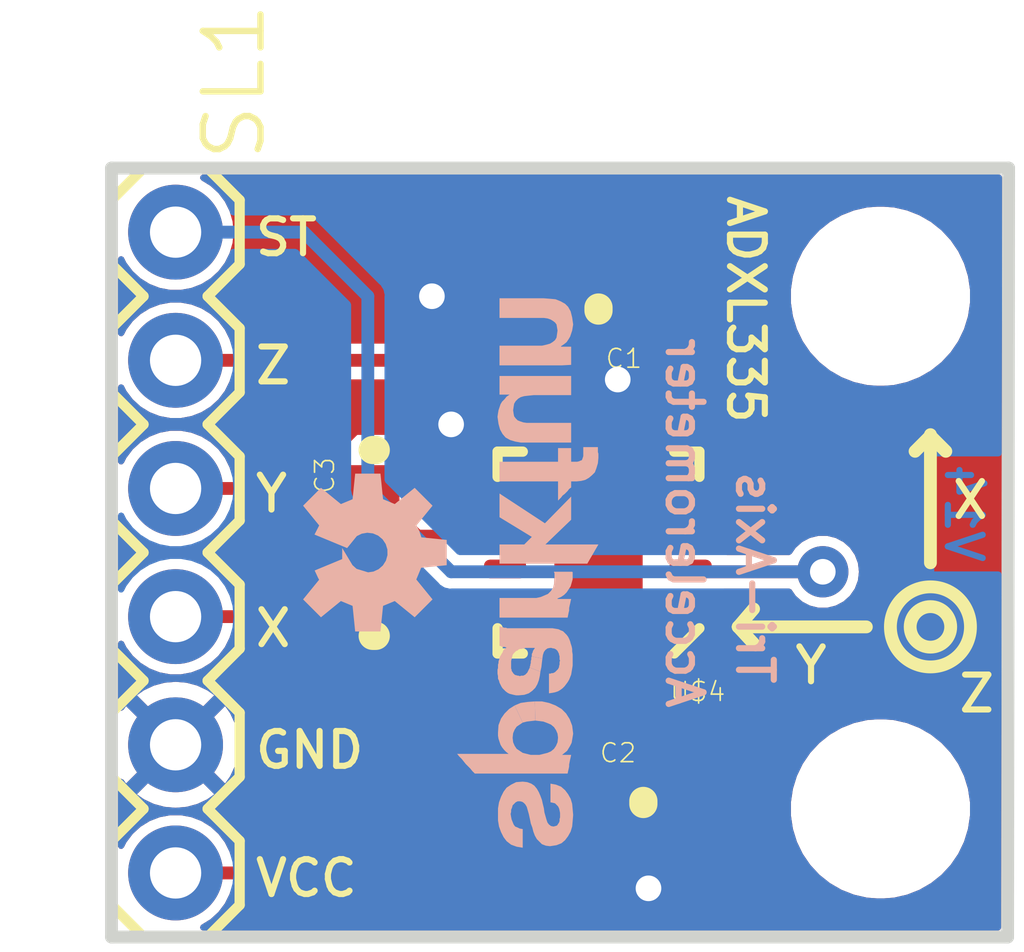
<source format=kicad_pcb>
(kicad_pcb (version 20221018) (generator pcbnew)
  (layers (0 "F.Cu" signal) (1 "In1.Cu" signal) (2 "In2.Cu" signal) (3 "In3.Cu" signal) (4 "In4.Cu" signal) (5 "In5.Cu" signal) (6 "In6.Cu" signal) (7 "In7.Cu" signal) (8 "In8.Cu" signal) (9 "In9.Cu" signal) (10 "In10.Cu" signal) (11 "In11.Cu" signal) (12 "In12.Cu" signal) (13 "In13.Cu" signal) (14 "In14.Cu" signal) (31 "B.Cu" signal) (34 "B.Paste" user) (35 "F.Paste" user) (36 "B.SilkS" user "B.Silkscreen") (37 "F.SilkS" user "F.Silkscreen") (38 "B.Mask" user) (39 "F.Mask" user) (44 "Edge.Cuts" user))
  (net 0 "")
  (net 1 "GND")
  (net 2 "VCC")
  (net 3 "XOUT")
  (net 4 "YOUT")
  (net 5 "ZOUT")
  (net 6 "ST")
  (footprint "working:0603-CAP" (layer "F.Cu") (at 144.8181 106.6546 -90)
    (fp_text reference "C4" (at -0.889 -0.762 -90) (layer "F.SilkS") (effects (font (size 0.373888 0.373888) (thickness 0.032512)) (justify left bottom)))
    (fp_text value "0.1uF")
    (fp_line (start 0 -0.0305) (end 0 0.0305) (stroke (width 0.5588)) (layer "F.SilkS"))
    (pad "1" smd rect (at -0.85 0 270) (size 1.1 1) (layers "F.Cu" "F.Paste" "F.Mask") (net 3 "XOUT"))
    (pad "2" smd rect (at 0.85 0 270) (size 1.1 1) (layers "F.Cu" "F.Paste" "F.Mask") (net 1 "GND"))
  )
  (footprint "working:STAND-OFF-TIGHT" (layer "F.Cu") (at 154.8511 99.9236)
    (fp_text reference "U$7" hide)
    (fp_text value "" hide)
    (pad "" np_thru_hole circle (at 0 0) (size 3.048 3.048) (drill 3.048) (layers "*.Cu" "*.Mask"))
  )
  (footprint "working:FIDUCIAL-1X2" (layer "F.Cu") (at 152.4381 111.6076)
    (fp_text reference "U$3" hide)
    (fp_text value "FIDUCIAL1X2" hide)
    (pad "1" smd roundrect (at 0 0) (size 1 1) (layers "F.Cu" "F.Mask") (roundrect_rratio 0.5))
  )
  (footprint "working:0603-CAP" (layer "F.Cu") (at 144.8181 102.9716 90)
    (fp_text reference "C3" (at -0.889 -0.762 90) (layer "F.SilkS") (effects (font (size 0.373888 0.373888) (thickness 0.032512)) (justify left bottom)))
    (fp_text value "0.1uF")
    (fp_line (start 0 -0.0305) (end 0 0.0305) (stroke (width 0.5588)) (layer "F.SilkS"))
    (pad "1" smd rect (at -0.85 0 90) (size 1.1 1) (layers "F.Cu" "F.Paste" "F.Mask") (net 4 "YOUT"))
    (pad "2" smd rect (at 0.85 0 90) (size 1.1 1) (layers "F.Cu" "F.Paste" "F.Mask") (net 1 "GND"))
  )
  (footprint "working:STAND-OFF-TIGHT" (layer "F.Cu") (at 154.8511 110.0836)
    (fp_text reference "U$6" hide)
    (fp_text value "" hide)
    (pad "" np_thru_hole circle (at 0 0) (size 3.048 3.048) (drill 3.048) (layers "*.Cu" "*.Mask"))
  )
  (footprint "working:FIDUCIAL-1X2" (layer "F.Cu") (at 145.4531 98.3996)
    (fp_text reference "U$1" hide)
    (fp_text value "FIDUCIAL1X2" hide)
    (pad "1" smd roundrect (at 0 0) (size 1 1) (layers "F.Cu" "F.Mask") (roundrect_rratio 0.5))
  )
  (footprint "working:0603-CAP" (layer "F.Cu") (at 149.2631 100.1776 180)
    (fp_text reference "C1" (at -0.889 -0.762 180) (layer "F.SilkS") (effects (font (size 0.373888 0.373888) (thickness 0.032512)) (justify right top)))
    (fp_text value "0.1uF")
    (fp_line (start 0 -0.0305) (end 0 0.0305) (stroke (width 0.5588)) (layer "F.SilkS"))
    (pad "1" smd rect (at -0.85 0 180) (size 1.1 1) (layers "F.Cu" "F.Paste" "F.Mask") (net 1 "GND"))
    (pad "2" smd rect (at 0.85 0 180) (size 1.1 1) (layers "F.Cu" "F.Paste" "F.Mask") (net 5 "ZOUT"))
  )
  (footprint "working:0603-CAP" (layer "F.Cu") (at 150.1521 109.9566)
    (fp_text reference "C2" (at -0.889 -0.762) (layer "F.SilkS") (effects (font (size 0.373888 0.373888) (thickness 0.032512)) (justify left bottom)))
    (fp_text value "0.1uF")
    (fp_line (start 0 -0.0305) (end 0 0.0305) (stroke (width 0.5588)) (layer "F.SilkS"))
    (pad "1" smd rect (at -0.85 0) (size 1.1 1) (layers "F.Cu" "F.Paste" "F.Mask") (net 2 "VCC"))
    (pad "2" smd rect (at 0.85 0) (size 1.1 1) (layers "F.Cu" "F.Paste" "F.Mask") (net 1 "GND"))
  )
  (footprint "working:ADXL335-P" (layer "F.Cu") (at 149.2631 105.0036 180)
    (fp_text reference "U$4" (at -2.54 -2.54 180) (layer "F.SilkS") (effects (font (size 0.373888 0.373888) (thickness 0.032512)) (justify right top)))
    (fp_text value "ADXL335-PATRICK\"\"")
    (fp_line (start -2 2) (end -2 1.5) (stroke (width 0.2032)) (layer "F.SilkS"))
    (fp_line (start -1.5 -2) (end -2 -1.5) (stroke (width 0.2032)) (layer "F.SilkS"))
    (fp_line (start -1.5 2) (end -2 2) (stroke (width 0.2032)) (layer "F.SilkS"))
    (fp_line (start 1.5 -2) (end 2 -2) (stroke (width 0.2032)) (layer "F.SilkS"))
    (fp_line (start 2 -2) (end 2 -1.5) (stroke (width 0.2032)) (layer "F.SilkS"))
    (fp_line (start 2 1.5) (end 2 2) (stroke (width 0.2032)) (layer "F.SilkS"))
    (fp_line (start 2 2) (end 1.5 2) (stroke (width 0.2032)) (layer "F.SilkS"))
    (pad "0" smd rect (at 0 -0.0508) (size 1.75 1.75) (layers "F.Cu" "F.Mask"))
    (pad "1" smd roundrect (at -1.8262 -0.975 90) (size 0.37 0.8382) (layers "F.Cu" "F.Paste" "F.Mask") (roundrect_rratio 0.325))
    (pad "2" smd roundrect (at -1.8262 -0.325 90) (size 0.37 0.8382) (layers "F.Cu" "F.Paste" "F.Mask") (roundrect_rratio 0.325) (net 6 "ST"))
    (pad "3" smd roundrect (at -1.8262 0.325 90) (size 0.37 0.8382) (layers "F.Cu" "F.Paste" "F.Mask") (roundrect_rratio 0.325) (net 1 "GND"))
    (pad "4" smd roundrect (at -1.8262 0.9496 90) (size 0.37 0.8382) (layers "F.Cu" "F.Paste" "F.Mask") (roundrect_rratio 0.325))
    (pad "5" smd roundrect (at -0.975 1.8516) (size 0.37 0.8382) (layers "F.Cu" "F.Paste" "F.Mask") (roundrect_rratio 0.325) (net 1 "GND"))
    (pad "6" smd roundrect (at -0.325 1.8516) (size 0.37 0.8382) (layers "F.Cu" "F.Paste" "F.Mask") (roundrect_rratio 0.325) (net 1 "GND"))
    (pad "7" smd roundrect (at 0.325 1.8516) (size 0.37 0.8382) (layers "F.Cu" "F.Paste" "F.Mask") (roundrect_rratio 0.325) (net 1 "GND"))
    (pad "8" smd roundrect (at 0.9496 1.8516) (size 0.37 0.8382) (layers "F.Cu" "F.Paste" "F.Mask") (roundrect_rratio 0.325) (net 5 "ZOUT"))
    (pad "9" smd roundrect (at 1.8516 0.9496 270) (size 0.37 0.8382) (layers "F.Cu" "F.Paste" "F.Mask") (roundrect_rratio 0.325))
    (pad "10" smd roundrect (at 1.8516 0.325 270) (size 0.37 0.8382) (layers "F.Cu" "F.Paste" "F.Mask") (roundrect_rratio 0.325) (net 4 "YOUT"))
    (pad "11" smd roundrect (at 1.8516 -0.325 270) (size 0.37 0.8382) (layers "F.Cu" "F.Paste" "F.Mask") (roundrect_rratio 0.325))
    (pad "12" smd roundrect (at 1.8516 -0.975 270) (size 0.37 0.8382) (layers "F.Cu" "F.Paste" "F.Mask") (roundrect_rratio 0.325) (net 3 "XOUT"))
    (pad "13" smd roundrect (at 0.9496 -1.8516 180) (size 0.37 0.8382) (layers "F.Cu" "F.Paste" "F.Mask") (roundrect_rratio 0.325))
    (pad "14" smd roundrect (at 0.325 -1.8516 180) (size 0.37 0.8382) (layers "F.Cu" "F.Paste" "F.Mask") (roundrect_rratio 0.325) (net 2 "VCC"))
    (pad "15" smd roundrect (at -0.325 -1.8516 180) (size 0.37 0.8382) (layers "F.Cu" "F.Paste" "F.Mask") (roundrect_rratio 0.325) (net 2 "VCC"))
    (pad "16" smd roundrect (at -0.9496 -1.8516 180) (size 0.37 0.8382) (layers "F.Cu" "F.Paste" "F.Mask") (roundrect_rratio 0.325))
  )
  (footprint "working:1X06" (layer "F.Cu") (at 140.8811 98.6536 -90)
    (fp_text reference "SL1" (at -1.3462 -1.8288 -90) (layer "F.SilkS") (effects (font (size 1.143 1.143) (thickness 0.127)) (justify left bottom)))
    (fp_text value "")
    (fp_line (start -1.27 -0.635) (end -1.27 0.635) (stroke (width 0.2032)) (layer "F.SilkS"))
    (fp_line (start -1.27 0.635) (end -0.635 1.27) (stroke (width 0.2032)) (layer "F.SilkS"))
    (fp_line (start -0.635 -1.27) (end -1.27 -0.635) (stroke (width 0.2032)) (layer "F.SilkS"))
    (fp_line (start -0.635 -1.27) (end 0.635 -1.27) (stroke (width 0.2032)) (layer "F.SilkS"))
    (fp_line (start 0.635 -1.27) (end 1.27 -0.635) (stroke (width 0.2032)) (layer "F.SilkS"))
    (fp_line (start 0.635 1.27) (end -0.635 1.27) (stroke (width 0.2032)) (layer "F.SilkS"))
    (fp_line (start 1.27 -0.635) (end 1.905 -1.27) (stroke (width 0.2032)) (layer "F.SilkS"))
    (fp_line (start 1.27 0.635) (end 0.635 1.27) (stroke (width 0.2032)) (layer "F.SilkS"))
    (fp_line (start 1.905 -1.27) (end 3.175 -1.27) (stroke (width 0.2032)) (layer "F.SilkS"))
    (fp_line (start 1.905 1.27) (end 1.27 0.635) (stroke (width 0.2032)) (layer "F.SilkS"))
    (fp_line (start 3.175 -1.27) (end 3.81 -0.635) (stroke (width 0.2032)) (layer "F.SilkS"))
    (fp_line (start 3.175 1.27) (end 1.905 1.27) (stroke (width 0.2032)) (layer "F.SilkS"))
    (fp_line (start 3.81 -0.635) (end 4.445 -1.27) (stroke (width 0.2032)) (layer "F.SilkS"))
    (fp_line (start 3.81 0.635) (end 3.175 1.27) (stroke (width 0.2032)) (layer "F.SilkS"))
    (fp_line (start 4.445 -1.27) (end 5.715 -1.27) (stroke (width 0.2032)) (layer "F.SilkS"))
    (fp_line (start 4.445 1.27) (end 3.81 0.635) (stroke (width 0.2032)) (layer "F.SilkS"))
    (fp_line (start 5.715 -1.27) (end 6.35 -0.635) (stroke (width 0.2032)) (layer "F.SilkS"))
    (fp_line (start 5.715 1.27) (end 4.445 1.27) (stroke (width 0.2032)) (layer "F.SilkS"))
    (fp_line (start 6.35 0.635) (end 5.715 1.27) (stroke (width 0.2032)) (layer "F.SilkS"))
    (fp_line (start 6.35 0.635) (end 6.985 1.27) (stroke (width 0.2032)) (layer "F.SilkS"))
    (fp_line (start 6.985 -1.27) (end 6.35 -0.635) (stroke (width 0.2032)) (layer "F.SilkS"))
    (fp_line (start 6.985 -1.27) (end 8.255 -1.27) (stroke (width 0.2032)) (layer "F.SilkS"))
    (fp_line (start 8.255 -1.27) (end 8.89 -0.635) (stroke (width 0.2032)) (layer "F.SilkS"))
    (fp_line (start 8.255 1.27) (end 6.985 1.27) (stroke (width 0.2032)) (layer "F.SilkS"))
    (fp_line (start 8.89 -0.635) (end 9.525 -1.27) (stroke (width 0.2032)) (layer "F.SilkS"))
    (fp_line (start 8.89 0.635) (end 8.255 1.27) (stroke (width 0.2032)) (layer "F.SilkS"))
    (fp_line (start 9.525 -1.27) (end 10.795 -1.27) (stroke (width 0.2032)) (layer "F.SilkS"))
    (fp_line (start 9.525 1.27) (end 8.89 0.635) (stroke (width 0.2032)) (layer "F.SilkS"))
    (fp_line (start 10.795 -1.27) (end 11.43 -0.635) (stroke (width 0.2032)) (layer "F.SilkS"))
    (fp_line (start 10.795 1.27) (end 9.525 1.27) (stroke (width 0.2032)) (layer "F.SilkS"))
    (fp_line (start 11.43 -0.635) (end 12.065 -1.27) (stroke (width 0.2032)) (layer "F.SilkS"))
    (fp_line (start 11.43 0.635) (end 10.795 1.27) (stroke (width 0.2032)) (layer "F.SilkS"))
    (fp_line (start 12.065 -1.27) (end 13.335 -1.27) (stroke (width 0.2032)) (layer "F.SilkS"))
    (fp_line (start 12.065 1.27) (end 11.43 0.635) (stroke (width 0.2032)) (layer "F.SilkS"))
    (fp_line (start 13.335 -1.27) (end 13.97 -0.635) (stroke (width 0.2032)) (layer "F.SilkS"))
    (fp_line (start 13.335 1.27) (end 12.065 1.27) (stroke (width 0.2032)) (layer "F.SilkS"))
    (fp_line (start 13.97 -0.635) (end 13.97 0.635) (stroke (width 0.2032)) (layer "F.SilkS"))
    (fp_line (start 13.97 0.635) (end 13.335 1.27) (stroke (width 0.2032)) (layer "F.SilkS"))
    (pad "1" thru_hole circle (at 0 0) (size 1.8796 1.8796) (drill 1.016) (layers "*.Cu" "*.Mask") (net 6 "ST"))
    (pad "2" thru_hole circle (at 2.54 0) (size 1.8796 1.8796) (drill 1.016) (layers "*.Cu" "*.Mask") (net 5 "ZOUT"))
    (pad "3" thru_hole circle (at 5.08 0) (size 1.8796 1.8796) (drill 1.016) (layers "*.Cu" "*.Mask") (net 4 "YOUT"))
    (pad "4" thru_hole circle (at 7.62 0) (size 1.8796 1.8796) (drill 1.016) (layers "*.Cu" "*.Mask") (net 3 "XOUT"))
    (pad "5" thru_hole circle (at 10.16 0) (size 1.8796 1.8796) (drill 1.016) (layers "*.Cu" "*.Mask") (net 1 "GND"))
    (pad "6" thru_hole circle (at 12.7 0) (size 1.8796 1.8796) (drill 1.016) (layers "*.Cu" "*.Mask") (net 2 "VCC"))
  )
  (footprint "working:SFE_LOGO_NAME_.1" (layer "B.Cu") (at 145.9611 111.3536 90)
    (fp_text reference "U$8" hide)
    (fp_text value "" hide)
    (fp_poly (pts (xy 3.4 2.04) (xy 3.39 1.9) (xy 3.37 1.76) (xy 3.32 1.64) (xy 2.98 1.8) (xy 3 1.88) (xy 3.01 1.96) (xy 3.02 2.05)) (fill solid) (layer "B.SilkS"))
    (fp_poly (pts (xy 6.51 2.25) (xy 7 2.76) (xy 7.46 2.76) (xy 6.93 2.24) (xy 7.52 1.34) (xy 7.05 1.34) (xy 6.66 1.98) (xy 6.51 1.83) (xy 6.51 1.34) (xy 6.13 1.34) (xy 6.13 3.08) (xy 6.51 3.3)) (fill solid) (layer "B.SilkS"))
    (fp_poly (pts (xy 4.29 1.98) (xy 4.27 1.97) (xy 4.23 1.97) (xy 4.2 1.96) (xy 4.16 1.96) (xy 4.13 1.95) (xy 4.11 1.95) (xy 4.09 1.94) (xy 4.07 1.94) (xy 3.99 2.15) (xy 4.08 2.17) (xy 4.17 2.18) (xy 4.25 2.19)) (fill solid) (layer "B.SilkS"))
    (fp_poly (pts (xy 5.97 2.78) (xy 5.97 2.42) (xy 5.96 2.42) (xy 5.94 2.43) (xy 5.83 2.43) (xy 5.73 2.42) (xy 5.65 2.4) (xy 5.59 2.36) (xy 5.53 2.3) (xy 5.47 2.16) (xy 5.45 2.07) (xy 5.45 1.34) (xy 5.06 1.34) (xy 5.06 2.69) (xy 5.16 2.71) (xy 5.2 2.72) (xy 5.25 2.72) (xy 5.3 2.73) (xy 5.34 2.74) (xy 5.39 2.75) (xy 5.43 2.76) (xy 5.43 2.49) (xy 5.44 2.49) (xy 5.47 2.56) (xy 5.51 2.62) (xy 5.56 2.67) (xy 5.68 2.75) (xy 5.82 2.79) (xy 5.96 2.79)) (fill solid) (layer "B.SilkS"))
    (fp_poly (pts (xy 8.34 3.29) (xy 8.44 3.29) (xy 8.44 3) (xy 8.26 3) (xy 8.2 2.98) (xy 8.18 2.97) (xy 8.17 2.94) (xy 8.16 2.92) (xy 8.15 2.88) (xy 8.15 2.76) (xy 8.42 2.76) (xy 8.42 2.5) (xy 8.15 2.5) (xy 8.15 1.34) (xy 7.76 1.34) (xy 7.76 2.5) (xy 7.38 2.5) (xy 7.44 2.56) (xy 7.48 2.59) (xy 7.51 2.63) (xy 7.57 2.69) (xy 7.61 2.72) (xy 7.64 2.76) (xy 7.76 2.76) (xy 7.76 2.87) (xy 7.77 2.96) (xy 7.79 3.04) (xy 7.83 3.11) (xy 7.88 3.17) (xy 7.94 3.23) (xy 8.02 3.26) (xy 8.12 3.29) (xy 8.23 3.3) (xy 8.31 3.3)) (fill solid) (layer "B.SilkS"))
    (fp_poly (pts (xy 11.01 2.78) (xy 11.13 2.75) (xy 11.22 2.7) (xy 11.28 2.64) (xy 11.33 2.55) (xy 11.37 2.45) (xy 11.38 2.34) (xy 11.39 2.21) (xy 11.39 1.34) (xy 11 1.34) (xy 11 2.22) (xy 10.99 2.29) (xy 10.97 2.35) (xy 10.94 2.4) (xy 10.91 2.44) (xy 10.87 2.47) (xy 10.75 2.49) (xy 10.61 2.47) (xy 10.56 2.44) (xy 10.52 2.39) (xy 10.49 2.34) (xy 10.47 2.27) (xy 10.45 2.18) (xy 10.45 1.34) (xy 10.06 1.34) (xy 10.06 2.58) (xy 10.07 2.76) (xy 10.43 2.76) (xy 10.43 2.56) (xy 10.44 2.56) (xy 10.48 2.62) (xy 10.52 2.67) (xy 10.58 2.71) (xy 10.63 2.74) (xy 10.75 2.78) (xy 10.87 2.8)) (fill solid) (layer "B.SilkS"))
    (fp_poly (pts (xy 8.92 1.88) (xy 8.93 1.81) (xy 8.95 1.75) (xy 8.97 1.7) (xy 9.01 1.66) (xy 9.05 1.63) (xy 9.1 1.62) (xy 9.17 1.61) (xy 9.24 1.62) (xy 9.3 1.63) (xy 9.35 1.66) (xy 9.4 1.71) (xy 9.43 1.76) (xy 9.45 1.83) (xy 9.46 1.92) (xy 9.47 2.02) (xy 9.47 2.76) (xy 9.85 2.76) (xy 9.85 1.34) (xy 9.48 1.34) (xy 9.48 1.54) (xy 9.44 1.48) (xy 9.39 1.44) (xy 9.34 1.39) (xy 9.29 1.36) (xy 9.17 1.32) (xy 9.11 1.31) (xy 9.04 1.3) (xy 8.9 1.32) (xy 8.79 1.35) (xy 8.7 1.4) (xy 8.63 1.46) (xy 8.58 1.55) (xy 8.55 1.65) (xy 8.53 1.76) (xy 8.53 2.76) (xy 8.92 2.76)) (fill solid) (layer "B.SilkS"))
    (fp_poly (pts (xy 2.92 2.78) (xy 3.05 2.73) (xy 3.16 2.66) (xy 3.25 2.57) (xy 3.32 2.45) (xy 3.37 2.32) (xy 3.4 2.18) (xy 3.4 2.04) (xy 3.02 2.05) (xy 3 2.21) (xy 2.97 2.29) (xy 2.94 2.36) (xy 2.89 2.42) (xy 2.83 2.46) (xy 2.76 2.49) (xy 2.68 2.5) (xy 2.59 2.49) (xy 2.52 2.46) (xy 2.46 2.42) (xy 2.41 2.36) (xy 2.38 2.29) (xy 2.34 2.13) (xy 2.34 1.96) (xy 2.38 1.8) (xy 2.46 1.68) (xy 2.52 1.64) (xy 2.59 1.61) (xy 2.68 1.6) (xy 2.77 1.61) (xy 2.84 1.64) (xy 2.9 1.68) (xy 2.98 1.8) (xy 3.32 1.64) (xy 3.25 1.53) (xy 3.16 1.44) (xy 3.06 1.37) (xy 2.93 1.32) (xy 2.78 1.31) (xy 2.72 1.31) (xy 2.66 1.32) (xy 2.54 1.36) (xy 2.49 1.39) (xy 2.44 1.43) (xy 2.4 1.47) (xy 2.36 1.52) (xy 2.36 0.5) (xy 2.31 0.54) (xy 2.26 0.59) (xy 2.16 0.67) (xy 2.07 0.76) (xy 2.02 0.8) (xy 1.97 0.85) (xy 1.97 2.69) (xy 2.02 2.7) (xy 2.06 2.71) (xy 2.11 2.72) (xy 2.15 2.72) (xy 2.25 2.74) (xy 2.29 2.75) (xy 2.34 2.76) (xy 2.34 2.58) (xy 2.42 2.68) (xy 2.52 2.74) (xy 2.58 2.77) (xy 2.76 2.8)) (fill solid) (layer "B.SilkS"))
    (fp_poly (pts (xy 1.37 2.78) (xy 1.47 2.75) (xy 1.56 2.7) (xy 1.64 2.64) (xy 1.71 2.56) (xy 1.75 2.46) (xy 1.77 2.35) (xy 1.4 2.35) (xy 1.39 2.4) (xy 1.38 2.44) (xy 1.32 2.5) (xy 1.28 2.52) (xy 1.24 2.53) (xy 1.19 2.54) (xy 1.1 2.54) (xy 1.07 2.53) (xy 1.03 2.53) (xy 1 2.52) (xy 0.94 2.48) (xy 0.93 2.45) (xy 0.92 2.41) (xy 0.93 2.36) (xy 0.96 2.32) (xy 1 2.29) (xy 1.06 2.27) (xy 1.2 2.23) (xy 1.28 2.22) (xy 1.36 2.2) (xy 1.45 2.18) (xy 1.53 2.15) (xy 1.6 2.12) (xy 1.67 2.08) (xy 1.73 2.03) (xy 1.77 1.97) (xy 1.8 1.89) (xy 1.81 1.8) (xy 1.8 1.67) (xy 1.75 1.57) (xy 1.69 1.48) (xy 1.61 1.42) (xy 1.51 1.37) (xy 1.4 1.33) (xy 1.28 1.31) (xy 1.04 1.31) (xy 0.92 1.33) (xy 0.81 1.37) (xy 0.71 1.42) (xy 0.63 1.48) (xy 0.56 1.57) (xy 0.52 1.68) (xy 0.5 1.8) (xy 0.87 1.8) (xy 0.88 1.74) (xy 0.9 1.7) (xy 0.92 1.65) (xy 0.96 1.62) (xy 1.06 1.58) (xy 1.11 1.57) (xy 1.17 1.56) (xy 1.21 1.57) (xy 1.25 1.57) (xy 1.3 1.59) (xy 1.34 1.6) (xy 1.4 1.66) (xy 1.42 1.7) (xy 1.42 1.75) (xy 1.41 1.79) (xy 1.39 1.82) (xy 1.36 1.85) (xy 1.31 1.88) (xy 1.17 1.92) (xy 1.08 1.94) (xy 0.98 1.96) (xy 0.9 1.99) (xy 0.82 2.01) (xy 0.74 2.04) (xy 0.67 2.08) (xy 0.57 2.18) (xy 0.54 2.26) (xy 0.53 2.34) (xy 0.55 2.47) (xy 0.59 2.57) (xy 0.65 2.64) (xy 0.73 2.7) (xy 0.82 2.75) (xy 0.92 2.78) (xy 1.03 2.79) (xy 1.15 2.8)) (fill solid) (layer "B.SilkS"))
    (fp_poly (pts (xy 4.39 2.78) (xy 4.44 2.78) (xy 4.49 2.77) (xy 4.55 2.75) (xy 4.59 2.74) (xy 4.64 2.72) (xy 4.68 2.7) (xy 4.72 2.67) (xy 4.79 2.6) (xy 4.81 2.55) (xy 4.83 2.51) (xy 4.85 2.39) (xy 4.85 1.49) (xy 4.86 1.47) (xy 4.86 1.43) (xy 4.87 1.41) (xy 4.87 1.4) (xy 4.88 1.38) (xy 4.88 1.37) (xy 4.89 1.35) (xy 4.89 1.34) (xy 4.5 1.34) (xy 4.5 1.36) (xy 4.49 1.37) (xy 4.49 1.38) (xy 4.48 1.39) (xy 4.48 1.45) (xy 4.47 1.46) (xy 4.47 1.48) (xy 4.45 1.46) (xy 4.43 1.43) (xy 4.4 1.41) (xy 4.37 1.4) (xy 4.34 1.38) (xy 4.32 1.37) (xy 4.29 1.35) (xy 4.26 1.34) (xy 4.22 1.33) (xy 4.19 1.32) (xy 4.16 1.32) (xy 4.13 1.31) (xy 4.06 1.31) (xy 4.03 1.3) (xy 3.95 1.3) (xy 3.9 1.31) (xy 3.85 1.31) (xy 3.81 1.33) (xy 3.77 1.34) (xy 3.69 1.38) (xy 3.66 1.4) (xy 3.6 1.46) (xy 3.57 1.5) (xy 3.55 1.54) (xy 3.53 1.62) (xy 3.52 1.67) (xy 3.52 1.72) (xy 3.53 1.83) (xy 3.56 1.92) (xy 3.61 1.99) (xy 3.67 2.05) (xy 3.74 2.09) (xy 3.82 2.12) (xy 3.91 2.14) (xy 3.99 2.15) (xy 4.07 1.94) (xy 3.97 1.89) (xy 3.93 1.85) (xy 3.91 1.81) (xy 3.91 1.77) (xy 3.9 1.74) (xy 3.91 1.72) (xy 3.91 1.7) (xy 3.92 1.67) (xy 3.92 1.66) (xy 3.93 1.64) (xy 3.96 1.61) (xy 3.98 1.6) (xy 3.99 1.59) (xy 4.01 1.58) (xy 4.03 1.58) (xy 4.05 1.57) (xy 4.2 1.57) (xy 4.32 1.6) (xy 4.35 1.62) (xy 4.4 1.67) (xy 4.41 1.7) (xy 4.43 1.72) (xy 4.44 1.75) (xy 4.44 1.78) (xy 4.45 1.8) (xy 4.45 1.83) (xy 4.46 1.85) (xy 4.46 2.04) (xy 4.44 2.03) (xy 4.43 2.02) (xy 4.41 2.01) (xy 4.4 2) (xy 4.38 2) (xy 4.34 1.98) (xy 4.29 1.98) (xy 4.25 2.19) (xy 4.32 2.2) (xy 4.38 2.22) (xy 4.42 2.25) (xy 4.45 2.29) (xy 4.46 2.34) (xy 4.46 2.37) (xy 4.45 2.4) (xy 4.45 2.42) (xy 4.43 2.46) (xy 4.4 2.49) (xy 4.34 2.52) (xy 4.32 2.52) (xy 4.3 2.53) (xy 4.23 2.53) (xy 4.21 2.54) (xy 4.18 2.53) (xy 4.13 2.53) (xy 4.1 2.52) (xy 4.08 2.52) (xy 4.04 2.5) (xy 3.98 2.44) (xy 3.96 2.4) (xy 3.96 2.37) (xy 3.95 2.35) (xy 3.95 2.32) (xy 3.56 2.32) (xy 3.57 2.39) (xy 3.58 2.44) (xy 3.6 2.5) (xy 3.63 2.55) (xy 3.66 2.59) (xy 3.7 2.63) (xy 3.78 2.69) (xy 3.83 2.72) (xy 3.93 2.76) (xy 4.11 2.79) (xy 4.33 2.79)) (fill solid) (layer "B.SilkS"))
  )
  (footprint "working:OSHW-LOGO-S" (layer "B.Cu") (at 144.6911 105.0036 90)
    (fp_text reference "U$5" hide)
    (fp_text value "" hide)
    (fp_poly (pts (xy 0.301646 1.06135) (xy 0.42347 1.022344) (xy 0.537176 0.963768) (xy 0.92862 1.282946) (xy 1.282946 0.92862) (xy 0.961034 0.533823) (xy 1.057045 0.302084) (xy 1.5638 0.250561) (xy 1.5638 -0.250561) (xy 1.057045 -0.302084) (xy 0.961034 -0.533823) (xy 1.282946 -0.92862) (xy 0.92862 -1.282946) (xy 0.537177 -0.963769) (xy 0.356601 -1.056794) (xy 0.088679 -0.410073) (xy 0.326262 -0.217599) (xy 0.373649 -0.121467) (xy 0.392728 -0.010339) (xy 0.379464 0.101633) (xy 0.334947 0.205228) (xy 0.262841 0.291917) (xy 0.169087 0.35456) (xy 0.061406 0.387998) (xy -0.051341 0.38948) (xy -0.159867 0.358881) (xy -0.255233 0.298724) (xy -0.329589 0.213961) (xy -0.376813 0.111569) (xy -0.392175 0.005766) (xy -0.322922 -0.222564) (xy -0.249312 -0.303772) (xy 0.091677 -0.5081) (xy -0.12929 -0.5081) (xy -0.355332 -1.053732) (xy -0.506597 -0.983577) (xy -0.538921 -0.965192) (xy -0.92862 -1.282946) (xy -1.282946 -0.92862) (xy -0.961034 -0.533823) (xy -1.057045 -0.302084) (xy -1.5638 -0.250561) (xy -1.5638 0.250561) (xy -1.057045 0.302084) (xy -0.961034 0.533823) (xy -1.282946 0.92862) (xy -0.92862 1.282946) (xy -0.533823 0.961034) (xy -0.302084 1.057045) (xy -0.250561 1.5638) (xy 0.250561 1.5638)) (fill solid) (layer "B.SilkS"))
  )
  (gr_line (start 152.0317 106.4768) (end 152.3365 106.807) (stroke (width 0.254)) (layer "F.SilkS"))
  (gr_circle (center 155.8417 106.4768) (end 156.243306 106.4768) (stroke (width 0.254)) (fill none) (layer "F.SilkS"))
  (gr_line (start 155.8417 102.6922) (end 155.5369 102.997) (stroke (width 0.254)) (layer "F.SilkS"))
  (gr_line (start 155.8417 102.6668) (end 155.8417 102.6922) (stroke (width 0.254)) (layer "F.SilkS"))
  (gr_line (start 154.5717 106.4768) (end 152.0317 106.4768) (stroke (width 0.254)) (layer "F.SilkS"))
  (gr_line (start 155.8417 105.2068) (end 155.8417 102.6922) (stroke (width 0.254)) (layer "F.SilkS"))
  (gr_circle (center 155.8417 106.4768) (end 156.635218 106.4768) (stroke (width 0.254)) (fill none) (layer "F.SilkS"))
  (gr_line (start 155.8417 102.6922) (end 156.1465 102.997) (stroke (width 0.254)) (layer "F.SilkS"))
  (gr_line (start 152.0317 106.4768) (end 152.3365 106.1212) (stroke (width 0.254)) (layer "F.SilkS"))
  (gr_line (start 139.6111 97.3836) (end 139.6111 112.6236) (stroke (width 0.254)) (layer "Edge.Cuts"))
  (gr_line (start 139.6111 112.6236) (end 157.3711 112.6236) (stroke (width 0.254)) (layer "Edge.Cuts"))
  (gr_line (start 157.3911 97.3836) (end 139.6111 97.3836) (stroke (width 0.254)) (layer "Edge.Cuts"))
  (gr_line (start 157.3711 112.6236) (end 157.3911 97.3836) (stroke (width 0.254)) (layer "Edge.Cuts"))
  (gr_text "V14" (at 156.0957 105.2576 -90) (layer "B.Cu") (effects (font (size 0.69088 0.69088) (thickness 0.12192)) (justify left bottom mirror)))
  (gr_text "Tri-Axis" (at 151.9555 107.6706 -90) (layer "B.SilkS") (effects (font (size 0.69088 0.69088) (thickness 0.12192)) (justify left bottom mirror)))
  (gr_text "Accelerometer" (at 151.3713 100.6856 -90) (layer "B.SilkS") (effects (font (size 0.69088 0.69088) (thickness 0.12192)) (justify right top mirror)))
  (gr_text "X" (at 156.2227 104.3686) (layer "F.SilkS") (effects (font (size 0.69088 0.69088) (thickness 0.12192)) (justify left bottom)))
  (gr_text "Y" (at 142.4051 104.2416) (layer "F.SilkS") (effects (font (size 0.69088 0.69088) (thickness 0.12192)) (justify left bottom)))
  (gr_text "Y" (at 153.0985 107.6452) (layer "F.SilkS") (effects (font (size 0.69088 0.69088) (thickness 0.12192)) (justify left bottom)))
  (gr_text "ADXL335" (at 151.7777 97.8662 270) (layer "F.SilkS") (effects (font (size 0.69088 0.69088) (thickness 0.12192)) (justify left bottom)))
  (gr_text "Z" (at 156.3497 108.204) (layer "F.SilkS") (effects (font (size 0.69088 0.69088) (thickness 0.12192)) (justify left bottom)))
  (gr_text "ST" (at 142.4051 99.1616) (layer "F.SilkS") (effects (font (size 0.69088 0.69088) (thickness 0.12192)) (justify left bottom)))
  (gr_text "Z" (at 142.4051 101.7016) (layer "F.SilkS") (effects (font (size 0.69088 0.69088) (thickness 0.12192)) (justify left bottom)))
  (gr_text "X" (at 142.4051 106.9086) (layer "F.SilkS") (effects (font (size 0.69088 0.69088) (thickness 0.12192)) (justify left bottom)))
  (gr_text "VCC" (at 142.4051 111.8616) (layer "F.SilkS") (effects (font (size 0.69088 0.69088) (thickness 0.12192)) (justify left bottom)))
  (gr_text "GND" (at 142.4051 109.3216) (layer "F.SilkS") (effects (font (size 0.69088 0.69088) (thickness 0.12192)) (justify left bottom)))
  (segment (start 151.8031 103.2256) (end 151.5491 102.9716) (width 0.254) (layer "F.Cu") (net 1))
  (segment (start 151.0021 109.9566) (end 151.0411 109.9176) (width 0.254) (layer "F.Cu") (net 1))
  (via (at 146.3421 102.4636) (size 1.016) (drill 0.508) (layers "F.Cu" "B.Cu") (net 1))
  (via (at 149.6441 101.5746) (size 1.016) (drill 0.508) (layers "F.Cu" "B.Cu") (net 1))
  (via (at 145.9611 99.9236) (size 1.016) (drill 0.508) (layers "F.Cu" "B.Cu") (net 1))
  (via (at 150.2537 111.6584) (size 1.016) (drill 0.508) (layers "F.Cu" "B.Cu") (net 1))
  (segment (start 149.5881 107.8536) (end 149.2631 108.1786) (width 0.254) (layer "F.Cu") (net 2))
  (segment (start 148.9381 107.8536) (end 149.2631 108.1786) (width 0.254) (layer "F.Cu") (net 2))
  (segment (start 140.8811 111.3536) (end 147.9051 111.3536) (width 0.254) (layer "F.Cu") (net 2))
  (segment (start 149.2631 109.9176) (end 149.3021 109.9566) (width 0.254) (layer "F.Cu") (net 2))
  (segment (start 149.5881 106.8552) (end 149.5881 107.8536) (width 0.254) (layer "F.Cu") (net 2))
  (segment (start 149.2631 108.1786) (end 149.2631 109.9176) (width 0.254) (layer "F.Cu") (net 2))
  (segment (start 148.9381 106.8552) (end 148.9381 107.8536) (width 0.254) (layer "F.Cu") (net 2))
  (segment (start 147.9051 111.3536) (end 149.3021 109.9566) (width 0.254) (layer "F.Cu") (net 2))
  (segment (start 144.9921 105.9786) (end 144.8181 105.8046) (width 0.254) (layer "F.Cu") (net 3))
  (segment (start 140.8811 106.2736) (end 142.2781 106.2736) (width 0.254) (layer "F.Cu") (net 3))
  (segment (start 144.7791 105.7656) (end 144.8181 105.8046) (width 0.254) (layer "F.Cu") (net 3))
  (segment (start 142.7861 105.7656) (end 144.7791 105.7656) (width 0.254) (layer "F.Cu") (net 3))
  (segment (start 144.9921 105.9786) (end 147.4115 105.9786) (width 0.254) (layer "F.Cu") (net 3))
  (segment (start 142.2781 106.2736) (end 142.7861 105.7656) (width 0.254) (layer "F.Cu") (net 3))
  (segment (start 144.7301 103.7336) (end 144.8181 103.8216) (width 0.254) (layer "F.Cu") (net 4))
  (segment (start 145.6751 104.6786) (end 147.4115 104.6786) (width 0.254) (layer "F.Cu") (net 4))
  (segment (start 144.8181 103.8216) (end 145.6751 104.6786) (width 0.254) (layer "F.Cu") (net 4))
  (segment (start 140.8811 103.7336) (end 144.7301 103.7336) (width 0.254) (layer "F.Cu") (net 4))
  (segment (start 148.3135 100.2772) (end 148.4131 100.1776) (width 0.254) (layer "F.Cu") (net 5))
  (segment (start 147.2311 100.1776) (end 148.4131 100.1776) (width 0.254) (layer "F.Cu") (net 5))
  (segment (start 140.8811 101.1936) (end 146.2151 101.1936) (width 0.254) (layer "F.Cu") (net 5))
  (segment (start 148.3135 103.152) (end 148.3135 100.2772) (width 0.254) (layer "F.Cu") (net 5))
  (segment (start 146.2151 101.1936) (end 147.2311 100.1776) (width 0.254) (layer "F.Cu") (net 5))
  (segment (start 151.1453 105.3846) (end 153.7081 105.3846) (width 0.254) (layer "F.Cu") (net 6))
  (segment (start 151.1453 105.3846) (end 151.0893 105.3286) (width 0.254) (layer "F.Cu") (net 6))
  (via (at 153.7081 105.3846) (size 1.016) (drill 0.508) (layers "F.Cu" "B.Cu") (net 6))
  (segment (start 143.4211 98.6536) (end 140.8811 98.6536) (width 0.254) (layer "B.Cu") (net 6))
  (segment (start 144.6911 103.7336) (end 144.6911 99.9236) (width 0.254) (layer "B.Cu") (net 6))
  (segment (start 146.3421 105.3846) (end 144.6911 103.7336) (width 0.254) (layer "B.Cu") (net 6))
  (segment (start 153.7081 105.3846) (end 146.3421 105.3846) (width 0.254) (layer "B.Cu") (net 6))
  (segment (start 144.6911 99.9236) (end 143.4211 98.6536) (width 0.254) (layer "B.Cu") (net 6))
  (zone (net 1) (net_name "GND") (layer "F.Cu") (priority 6) (connect_pads (clearance 0.000001)) (min_thickness 0.127) (fill yes (thermal_gap 0.304) (thermal_bridge_width 0.304))
    (polygon (pts (xy 157.5181 112.7506) (xy 139.4841 112.7506) (xy 139.4841 97.2566) (xy 157.5181 97.2566)))
  )
  (zone (net 1) (net_name "GND") (layer "B.Cu") (priority 6) (connect_pads (clearance 0.000001)) (min_thickness 0.127) (fill yes (thermal_gap 0.304) (thermal_bridge_width 0.304))
    (polygon (pts (xy 157.5181 112.7506) (xy 139.4841 112.7506) (xy 139.4841 97.2566) (xy 157.5181 97.2566)))
  )
)
</source>
